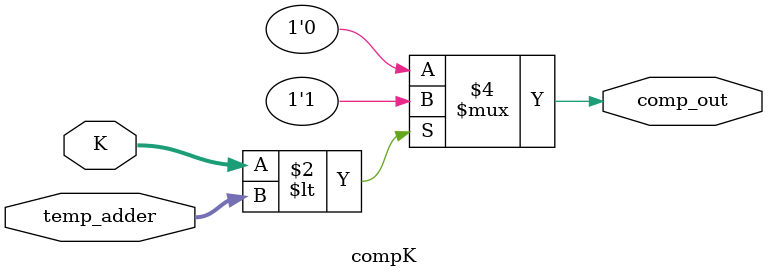
<source format=sv>
/*	
   ===================================================================
   Module Name  : compK
   Author: CINVESTAV   
   Filename     : compK.sv
   Type         : Verilog Module
   Author: CINVESTAV
   Description  : Modulo de comparacion
                  
                  Version     : 1.0
   Data        : 24 May 2024
   Revision    : -
   Reviser     : -		

*/
module compK 
(		
   input reg [5:0] K,
   input reg [5:0] temp_adder,  
	output reg comp_out	
);

always@ (*) begin

   if (K < temp_adder) begin
      comp_out= 1'b1;      
   end 
   else 
      comp_out= 1'b0;      
end 

endmodule 
</source>
